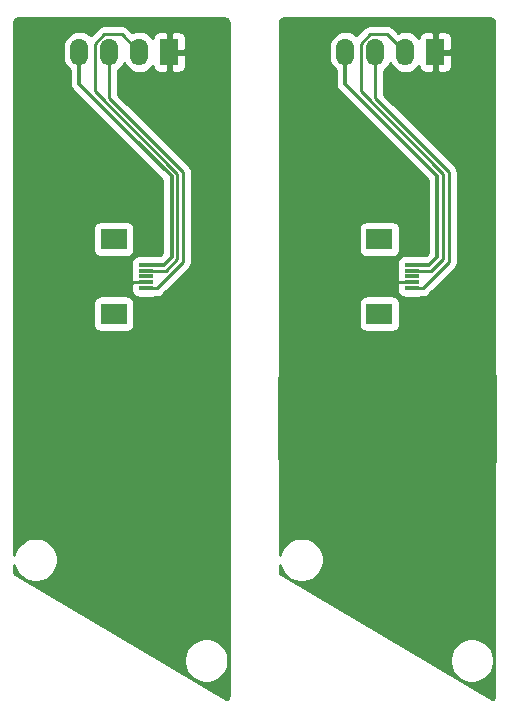
<source format=gbr>
%TF.GenerationSoftware,KiCad,Pcbnew,(5.1.10-1-10_14)*%
%TF.CreationDate,2021-07-07T23:54:26+09:00*%
%TF.ProjectId,StickPlate,53746963-6b50-46c6-9174-652e6b696361,rev?*%
%TF.SameCoordinates,Original*%
%TF.FileFunction,Copper,L2,Bot*%
%TF.FilePolarity,Positive*%
%FSLAX46Y46*%
G04 Gerber Fmt 4.6, Leading zero omitted, Abs format (unit mm)*
G04 Created by KiCad (PCBNEW (5.1.10-1-10_14)) date 2021-07-07 23:54:26*
%MOMM*%
%LPD*%
G01*
G04 APERTURE LIST*
%TA.AperFunction,SMDPad,CuDef*%
%ADD10R,1.524000X2.286000*%
%TD*%
%TA.AperFunction,SMDPad,CuDef*%
%ADD11O,1.524000X2.286000*%
%TD*%
%TA.AperFunction,SMDPad,CuDef*%
%ADD12R,1.300000X0.300000*%
%TD*%
%TA.AperFunction,SMDPad,CuDef*%
%ADD13R,2.200000X1.800000*%
%TD*%
%TA.AperFunction,Conductor*%
%ADD14C,0.250000*%
%TD*%
%TA.AperFunction,Conductor*%
%ADD15C,0.300000*%
%TD*%
%TA.AperFunction,Conductor*%
%ADD16C,0.254000*%
%TD*%
%TA.AperFunction,Conductor*%
%ADD17C,0.100000*%
%TD*%
G04 APERTURE END LIST*
D10*
%TO.P,J3,1*%
%TO.N,Net-(J3-Pad1)*%
X145310000Y-74250000D03*
D11*
%TO.P,J3,2*%
%TO.N,Net-(J3-Pad2)*%
X142770000Y-74250000D03*
%TO.P,J3,3*%
%TO.N,Net-(J3-Pad3)*%
X140230000Y-74250000D03*
%TO.P,J3,4*%
%TO.N,Net-(J3-Pad4)*%
X137690000Y-74250000D03*
%TD*%
D12*
%TO.P,J4,5*%
%TO.N,Net-(J3-Pad4)*%
X143350000Y-92250000D03*
%TO.P,J4,4*%
%TO.N,Net-(J3-Pad2)*%
X143350000Y-92750000D03*
%TO.P,J4,3*%
%TO.N,Net-(J4-Pad3)*%
X143350000Y-93250000D03*
%TO.P,J4,2*%
%TO.N,Net-(J3-Pad1)*%
X143350000Y-93750000D03*
%TO.P,J4,1*%
%TO.N,Net-(J3-Pad3)*%
X143350000Y-94250000D03*
D13*
%TO.P,J4,MP*%
%TO.N,N/C*%
X140600000Y-96400000D03*
X140600000Y-90100000D03*
%TD*%
D10*
%TO.P,J7,1*%
%TO.N,Net-(J7-Pad1)*%
X167830000Y-74250000D03*
D11*
%TO.P,J7,2*%
%TO.N,Net-(J7-Pad2)*%
X165290000Y-74250000D03*
%TO.P,J7,3*%
%TO.N,Net-(J7-Pad3)*%
X162750000Y-74250000D03*
%TO.P,J7,4*%
%TO.N,Net-(J7-Pad4)*%
X160210000Y-74250000D03*
%TD*%
D12*
%TO.P,J8,5*%
%TO.N,Net-(J7-Pad4)*%
X165850000Y-92250000D03*
%TO.P,J8,4*%
%TO.N,Net-(J7-Pad2)*%
X165850000Y-92750000D03*
%TO.P,J8,3*%
%TO.N,Net-(J8-Pad3)*%
X165850000Y-93250000D03*
%TO.P,J8,2*%
%TO.N,Net-(J7-Pad1)*%
X165850000Y-93750000D03*
%TO.P,J8,1*%
%TO.N,Net-(J7-Pad3)*%
X165850000Y-94250000D03*
D13*
%TO.P,J8,MP*%
%TO.N,N/C*%
X163100000Y-96400000D03*
X163100000Y-90100000D03*
%TD*%
D14*
%TO.N,Net-(J3-Pad1)*%
X143350000Y-93750000D02*
X136000000Y-93750000D01*
%TO.N,Net-(J3-Pad2)*%
X139811736Y-72750000D02*
X141270000Y-72750000D01*
X139000000Y-73561736D02*
X139811736Y-72750000D01*
X141270000Y-72750000D02*
X142770000Y-74250000D01*
X146000000Y-91750000D02*
X146000000Y-84578236D01*
X139000000Y-77578236D02*
X139000000Y-73561736D01*
X145000000Y-92750000D02*
X146000000Y-91750000D01*
X146000000Y-84578236D02*
X139000000Y-77578236D01*
X143350000Y-92750000D02*
X145000000Y-92750000D01*
%TO.N,Net-(J3-Pad3)*%
X144250000Y-94250000D02*
X143350000Y-94250000D01*
X146450010Y-92049990D02*
X144250000Y-94250000D01*
X146450009Y-84391835D02*
X146450010Y-92049990D01*
X140230000Y-78171826D02*
X146450009Y-84391835D01*
X140230000Y-74250000D02*
X140230000Y-78171826D01*
D15*
%TO.N,Net-(J3-Pad4)*%
X137690000Y-76940000D02*
X137690000Y-76060000D01*
X142000000Y-81250000D02*
X137690000Y-76940000D01*
X137690000Y-76060000D02*
X137690000Y-74250000D01*
X141758000Y-81008000D02*
X142000000Y-81250000D01*
X142000000Y-81250000D02*
X145500000Y-84750000D01*
D14*
X137690000Y-74250000D02*
X137750000Y-74250000D01*
D15*
X144828236Y-92250000D02*
X143350000Y-92250000D01*
X145500000Y-84750000D02*
X145500000Y-91578236D01*
X145500000Y-91578236D02*
X144828236Y-92250000D01*
D14*
%TO.N,Net-(J7-Pad1)*%
X165850000Y-93750000D02*
X158500000Y-93750000D01*
%TO.N,Net-(J7-Pad2)*%
X162311736Y-72750000D02*
X163770000Y-72750000D01*
X161500000Y-73561736D02*
X162311736Y-72750000D01*
X163770000Y-72750000D02*
X165270000Y-74250000D01*
X168500000Y-91750000D02*
X168500000Y-84578236D01*
X161500000Y-77578236D02*
X161500000Y-73561736D01*
X167500000Y-92750000D02*
X168500000Y-91750000D01*
X168500000Y-84578236D02*
X161500000Y-77578236D01*
X165850000Y-92750000D02*
X167500000Y-92750000D01*
%TO.N,Net-(J7-Pad3)*%
X166750000Y-94250000D02*
X165850000Y-94250000D01*
X168950010Y-92049990D02*
X166750000Y-94250000D01*
X168950009Y-84391835D02*
X168950010Y-92049990D01*
X162730000Y-78171826D02*
X168950009Y-84391835D01*
X162730000Y-74250000D02*
X162730000Y-78171826D01*
D15*
%TO.N,Net-(J7-Pad4)*%
X160190000Y-76940000D02*
X160190000Y-76060000D01*
X164500000Y-81250000D02*
X160190000Y-76940000D01*
X160190000Y-76060000D02*
X160190000Y-74250000D01*
X164258000Y-81008000D02*
X164500000Y-81250000D01*
X164500000Y-81250000D02*
X168000000Y-84750000D01*
D14*
X160190000Y-74250000D02*
X160250000Y-74250000D01*
D15*
X167328236Y-92250000D02*
X165850000Y-92250000D01*
X168000000Y-84750000D02*
X168000000Y-91578236D01*
X168000000Y-91578236D02*
X167328236Y-92250000D01*
%TD*%
D16*
%TO.N,Net-(J3-Pad1)*%
X144635079Y-71377320D02*
X144644242Y-71378283D01*
X144644244Y-71378283D01*
X144935596Y-71406850D01*
X144935598Y-71406850D01*
X144967581Y-71410000D01*
X149967721Y-71410000D01*
X150065424Y-71419580D01*
X150128356Y-71438580D01*
X150186405Y-71469445D01*
X150237343Y-71510989D01*
X150279248Y-71561644D01*
X150310515Y-71619471D01*
X150329956Y-71682272D01*
X150340000Y-71777835D01*
X150340001Y-101217572D01*
X150340000Y-101217582D01*
X150340000Y-101532419D01*
X150343296Y-101565884D01*
X150343296Y-101585349D01*
X150344259Y-101594514D01*
X150373000Y-101850741D01*
X150373000Y-108633573D01*
X150372680Y-108635079D01*
X150371717Y-108644244D01*
X150343150Y-108935596D01*
X150343150Y-108935608D01*
X150340001Y-108967581D01*
X150340000Y-128717721D01*
X150330420Y-128815424D01*
X150311420Y-128878357D01*
X150280554Y-128936406D01*
X150239011Y-128987343D01*
X150188356Y-129029248D01*
X150130870Y-129060331D01*
X144267042Y-125584344D01*
X146545000Y-125584344D01*
X146545000Y-125955656D01*
X146617439Y-126319834D01*
X146759534Y-126662882D01*
X146965825Y-126971618D01*
X147228382Y-127234175D01*
X147537118Y-127440466D01*
X147880166Y-127582561D01*
X148244344Y-127655000D01*
X148615656Y-127655000D01*
X148979834Y-127582561D01*
X149322882Y-127440466D01*
X149631618Y-127234175D01*
X149894175Y-126971618D01*
X150100466Y-126662882D01*
X150242561Y-126319834D01*
X150315000Y-125955656D01*
X150315000Y-125584344D01*
X150242561Y-125220166D01*
X150100466Y-124877118D01*
X149894175Y-124568382D01*
X149631618Y-124305825D01*
X149322882Y-124099534D01*
X148979834Y-123957439D01*
X148615656Y-123885000D01*
X148244344Y-123885000D01*
X147880166Y-123957439D01*
X147537118Y-124099534D01*
X147228382Y-124305825D01*
X146965825Y-124568382D01*
X146759534Y-124877118D01*
X146617439Y-125220166D01*
X146545000Y-125584344D01*
X144267042Y-125584344D01*
X132229252Y-118448529D01*
X132220096Y-118437382D01*
X132189030Y-118379446D01*
X132169810Y-118316578D01*
X132160000Y-118219999D01*
X132160000Y-117661888D01*
X132187439Y-117799834D01*
X132329534Y-118142882D01*
X132535825Y-118451618D01*
X132798382Y-118714175D01*
X133107118Y-118920466D01*
X133450166Y-119062561D01*
X133814344Y-119135000D01*
X134185656Y-119135000D01*
X134549834Y-119062561D01*
X134892882Y-118920466D01*
X135201618Y-118714175D01*
X135464175Y-118451618D01*
X135670466Y-118142882D01*
X135812561Y-117799834D01*
X135885000Y-117435656D01*
X135885000Y-117064344D01*
X135812561Y-116700166D01*
X135670466Y-116357118D01*
X135464175Y-116048382D01*
X135201618Y-115785825D01*
X134892882Y-115579534D01*
X134549834Y-115437439D01*
X134185656Y-115365000D01*
X133814344Y-115365000D01*
X133450166Y-115437439D01*
X133107118Y-115579534D01*
X132798382Y-115785825D01*
X132535825Y-116048382D01*
X132329534Y-116357118D01*
X132187439Y-116700166D01*
X132160000Y-116838112D01*
X132160000Y-108967581D01*
X132156704Y-108934116D01*
X132156704Y-108914651D01*
X132155741Y-108905486D01*
X132127000Y-108649258D01*
X132127000Y-101866426D01*
X132127320Y-101864921D01*
X132128283Y-101855756D01*
X132156850Y-101564404D01*
X132156850Y-101564402D01*
X132160000Y-101532419D01*
X132160000Y-95500000D01*
X138861928Y-95500000D01*
X138861928Y-97300000D01*
X138874188Y-97424482D01*
X138910498Y-97544180D01*
X138969463Y-97654494D01*
X139048815Y-97751185D01*
X139145506Y-97830537D01*
X139255820Y-97889502D01*
X139375518Y-97925812D01*
X139500000Y-97938072D01*
X141700000Y-97938072D01*
X141824482Y-97925812D01*
X141944180Y-97889502D01*
X142054494Y-97830537D01*
X142151185Y-97751185D01*
X142230537Y-97654494D01*
X142289502Y-97544180D01*
X142325812Y-97424482D01*
X142338072Y-97300000D01*
X142338072Y-95500000D01*
X142325812Y-95375518D01*
X142289502Y-95255820D01*
X142230537Y-95145506D01*
X142151185Y-95048815D01*
X142054494Y-94969463D01*
X141944180Y-94910498D01*
X141824482Y-94874188D01*
X141700000Y-94861928D01*
X139500000Y-94861928D01*
X139375518Y-94874188D01*
X139255820Y-94910498D01*
X139145506Y-94969463D01*
X139048815Y-95048815D01*
X138969463Y-95145506D01*
X138910498Y-95255820D01*
X138874188Y-95375518D01*
X138861928Y-95500000D01*
X132160000Y-95500000D01*
X132160000Y-89200000D01*
X138861928Y-89200000D01*
X138861928Y-91000000D01*
X138874188Y-91124482D01*
X138910498Y-91244180D01*
X138969463Y-91354494D01*
X139048815Y-91451185D01*
X139145506Y-91530537D01*
X139255820Y-91589502D01*
X139375518Y-91625812D01*
X139500000Y-91638072D01*
X141700000Y-91638072D01*
X141824482Y-91625812D01*
X141944180Y-91589502D01*
X142054494Y-91530537D01*
X142151185Y-91451185D01*
X142230537Y-91354494D01*
X142289502Y-91244180D01*
X142325812Y-91124482D01*
X142338072Y-91000000D01*
X142338072Y-89200000D01*
X142325812Y-89075518D01*
X142289502Y-88955820D01*
X142230537Y-88845506D01*
X142151185Y-88748815D01*
X142054494Y-88669463D01*
X141944180Y-88610498D01*
X141824482Y-88574188D01*
X141700000Y-88561928D01*
X139500000Y-88561928D01*
X139375518Y-88574188D01*
X139255820Y-88610498D01*
X139145506Y-88669463D01*
X139048815Y-88748815D01*
X138969463Y-88845506D01*
X138910498Y-88955820D01*
X138874188Y-89075518D01*
X138861928Y-89200000D01*
X132160000Y-89200000D01*
X132160000Y-73800375D01*
X136293000Y-73800375D01*
X136293000Y-74699624D01*
X136313214Y-74904859D01*
X136393096Y-75168194D01*
X136522817Y-75410886D01*
X136697392Y-75623607D01*
X136905000Y-75793987D01*
X136905000Y-76901447D01*
X136901203Y-76940000D01*
X136905000Y-76978553D01*
X136905000Y-76978560D01*
X136916359Y-77093886D01*
X136961246Y-77241859D01*
X137034138Y-77378232D01*
X137132236Y-77497764D01*
X137162190Y-77522347D01*
X141472187Y-81832345D01*
X144715000Y-85075158D01*
X144715001Y-91253078D01*
X144503079Y-91465000D01*
X144031192Y-91465000D01*
X144000000Y-91461928D01*
X142700000Y-91461928D01*
X142575518Y-91474188D01*
X142455820Y-91510498D01*
X142345506Y-91569463D01*
X142248815Y-91648815D01*
X142169463Y-91745506D01*
X142110498Y-91855820D01*
X142074188Y-91975518D01*
X142061928Y-92100000D01*
X142061928Y-92400000D01*
X142071777Y-92500000D01*
X142061928Y-92600000D01*
X142061928Y-92900000D01*
X142071777Y-93000000D01*
X142061928Y-93100000D01*
X142061928Y-93400000D01*
X142072118Y-93503465D01*
X142065000Y-93568250D01*
X142097247Y-93600497D01*
X142110498Y-93644180D01*
X142167061Y-93750000D01*
X142110498Y-93855820D01*
X142097247Y-93899503D01*
X142065000Y-93931750D01*
X142072118Y-93996535D01*
X142061928Y-94100000D01*
X142061928Y-94400000D01*
X142074188Y-94524482D01*
X142110498Y-94644180D01*
X142169463Y-94754494D01*
X142248815Y-94851185D01*
X142345506Y-94930537D01*
X142455820Y-94989502D01*
X142575518Y-95025812D01*
X142700000Y-95038072D01*
X144000000Y-95038072D01*
X144124482Y-95025812D01*
X144176607Y-95010000D01*
X144212678Y-95010000D01*
X144250000Y-95013676D01*
X144287322Y-95010000D01*
X144287333Y-95010000D01*
X144398986Y-94999003D01*
X144542247Y-94955546D01*
X144674276Y-94884974D01*
X144790001Y-94790001D01*
X144813804Y-94760997D01*
X146961018Y-92613784D01*
X146990011Y-92589990D01*
X147013805Y-92560997D01*
X147013809Y-92560993D01*
X147084984Y-92474267D01*
X147155556Y-92342237D01*
X147186872Y-92238998D01*
X147199013Y-92198975D01*
X147210010Y-92087322D01*
X147210010Y-92087313D01*
X147213686Y-92049990D01*
X147210010Y-92012667D01*
X147210008Y-84429167D01*
X147213685Y-84391834D01*
X147199011Y-84242848D01*
X147155555Y-84099588D01*
X147084983Y-83967558D01*
X147013808Y-83880832D01*
X147013803Y-83880827D01*
X146990009Y-83851834D01*
X146961016Y-83828040D01*
X140990000Y-77857025D01*
X140990000Y-75808812D01*
X141009886Y-75798183D01*
X141222607Y-75623608D01*
X141397183Y-75410887D01*
X141500000Y-75218529D01*
X141602817Y-75410886D01*
X141777392Y-75623607D01*
X141990113Y-75798183D01*
X142232805Y-75927904D01*
X142496140Y-76007786D01*
X142770000Y-76034759D01*
X143043859Y-76007786D01*
X143307194Y-75927904D01*
X143549886Y-75798183D01*
X143762607Y-75623608D01*
X143914421Y-75438622D01*
X143922188Y-75517482D01*
X143958498Y-75637180D01*
X144017463Y-75747494D01*
X144096815Y-75844185D01*
X144193506Y-75923537D01*
X144303820Y-75982502D01*
X144423518Y-76018812D01*
X144548000Y-76031072D01*
X145024250Y-76028000D01*
X145183000Y-75869250D01*
X145183000Y-74377000D01*
X145437000Y-74377000D01*
X145437000Y-75869250D01*
X145595750Y-76028000D01*
X146072000Y-76031072D01*
X146196482Y-76018812D01*
X146316180Y-75982502D01*
X146426494Y-75923537D01*
X146523185Y-75844185D01*
X146602537Y-75747494D01*
X146661502Y-75637180D01*
X146697812Y-75517482D01*
X146710072Y-75393000D01*
X146707000Y-74535750D01*
X146548250Y-74377000D01*
X145437000Y-74377000D01*
X145183000Y-74377000D01*
X145163000Y-74377000D01*
X145163000Y-74123000D01*
X145183000Y-74123000D01*
X145183000Y-72630750D01*
X145437000Y-72630750D01*
X145437000Y-74123000D01*
X146548250Y-74123000D01*
X146707000Y-73964250D01*
X146710072Y-73107000D01*
X146697812Y-72982518D01*
X146661502Y-72862820D01*
X146602537Y-72752506D01*
X146523185Y-72655815D01*
X146426494Y-72576463D01*
X146316180Y-72517498D01*
X146196482Y-72481188D01*
X146072000Y-72468928D01*
X145595750Y-72472000D01*
X145437000Y-72630750D01*
X145183000Y-72630750D01*
X145024250Y-72472000D01*
X144548000Y-72468928D01*
X144423518Y-72481188D01*
X144303820Y-72517498D01*
X144193506Y-72576463D01*
X144096815Y-72655815D01*
X144017463Y-72752506D01*
X143958498Y-72862820D01*
X143922188Y-72982518D01*
X143914421Y-73061378D01*
X143762608Y-72876392D01*
X143549887Y-72701817D01*
X143307195Y-72572096D01*
X143043860Y-72492214D01*
X142770000Y-72465241D01*
X142496141Y-72492214D01*
X142232806Y-72572096D01*
X142189855Y-72595054D01*
X141833804Y-72239003D01*
X141810001Y-72209999D01*
X141694276Y-72115026D01*
X141562247Y-72044454D01*
X141418986Y-72000997D01*
X141307333Y-71990000D01*
X141307322Y-71990000D01*
X141270000Y-71986324D01*
X141232678Y-71990000D01*
X139849058Y-71990000D01*
X139811735Y-71986324D01*
X139774412Y-71990000D01*
X139774403Y-71990000D01*
X139662750Y-72000997D01*
X139519489Y-72044454D01*
X139387459Y-72115026D01*
X139328130Y-72163717D01*
X139271735Y-72209999D01*
X139247937Y-72238998D01*
X138643026Y-72843908D01*
X138469887Y-72701817D01*
X138227195Y-72572096D01*
X137963860Y-72492214D01*
X137690000Y-72465241D01*
X137416141Y-72492214D01*
X137152806Y-72572096D01*
X136910114Y-72701817D01*
X136697393Y-72876392D01*
X136522817Y-73089113D01*
X136393096Y-73331805D01*
X136313214Y-73595140D01*
X136293000Y-73800375D01*
X132160000Y-73800375D01*
X132160000Y-71782279D01*
X132169580Y-71684576D01*
X132188580Y-71621644D01*
X132219445Y-71563595D01*
X132260989Y-71512657D01*
X132311644Y-71470752D01*
X132369471Y-71439485D01*
X132432272Y-71420044D01*
X132527835Y-71410000D01*
X137532419Y-71410000D01*
X137565884Y-71406704D01*
X137585349Y-71406704D01*
X137594514Y-71405741D01*
X137850741Y-71377000D01*
X144633574Y-71377000D01*
X144635079Y-71377320D01*
%TA.AperFunction,Conductor*%
D17*
G36*
X144635079Y-71377320D02*
G01*
X144644242Y-71378283D01*
X144644244Y-71378283D01*
X144935596Y-71406850D01*
X144935598Y-71406850D01*
X144967581Y-71410000D01*
X149967721Y-71410000D01*
X150065424Y-71419580D01*
X150128356Y-71438580D01*
X150186405Y-71469445D01*
X150237343Y-71510989D01*
X150279248Y-71561644D01*
X150310515Y-71619471D01*
X150329956Y-71682272D01*
X150340000Y-71777835D01*
X150340001Y-101217572D01*
X150340000Y-101217582D01*
X150340000Y-101532419D01*
X150343296Y-101565884D01*
X150343296Y-101585349D01*
X150344259Y-101594514D01*
X150373000Y-101850741D01*
X150373000Y-108633573D01*
X150372680Y-108635079D01*
X150371717Y-108644244D01*
X150343150Y-108935596D01*
X150343150Y-108935608D01*
X150340001Y-108967581D01*
X150340000Y-128717721D01*
X150330420Y-128815424D01*
X150311420Y-128878357D01*
X150280554Y-128936406D01*
X150239011Y-128987343D01*
X150188356Y-129029248D01*
X150130870Y-129060331D01*
X144267042Y-125584344D01*
X146545000Y-125584344D01*
X146545000Y-125955656D01*
X146617439Y-126319834D01*
X146759534Y-126662882D01*
X146965825Y-126971618D01*
X147228382Y-127234175D01*
X147537118Y-127440466D01*
X147880166Y-127582561D01*
X148244344Y-127655000D01*
X148615656Y-127655000D01*
X148979834Y-127582561D01*
X149322882Y-127440466D01*
X149631618Y-127234175D01*
X149894175Y-126971618D01*
X150100466Y-126662882D01*
X150242561Y-126319834D01*
X150315000Y-125955656D01*
X150315000Y-125584344D01*
X150242561Y-125220166D01*
X150100466Y-124877118D01*
X149894175Y-124568382D01*
X149631618Y-124305825D01*
X149322882Y-124099534D01*
X148979834Y-123957439D01*
X148615656Y-123885000D01*
X148244344Y-123885000D01*
X147880166Y-123957439D01*
X147537118Y-124099534D01*
X147228382Y-124305825D01*
X146965825Y-124568382D01*
X146759534Y-124877118D01*
X146617439Y-125220166D01*
X146545000Y-125584344D01*
X144267042Y-125584344D01*
X132229252Y-118448529D01*
X132220096Y-118437382D01*
X132189030Y-118379446D01*
X132169810Y-118316578D01*
X132160000Y-118219999D01*
X132160000Y-117661888D01*
X132187439Y-117799834D01*
X132329534Y-118142882D01*
X132535825Y-118451618D01*
X132798382Y-118714175D01*
X133107118Y-118920466D01*
X133450166Y-119062561D01*
X133814344Y-119135000D01*
X134185656Y-119135000D01*
X134549834Y-119062561D01*
X134892882Y-118920466D01*
X135201618Y-118714175D01*
X135464175Y-118451618D01*
X135670466Y-118142882D01*
X135812561Y-117799834D01*
X135885000Y-117435656D01*
X135885000Y-117064344D01*
X135812561Y-116700166D01*
X135670466Y-116357118D01*
X135464175Y-116048382D01*
X135201618Y-115785825D01*
X134892882Y-115579534D01*
X134549834Y-115437439D01*
X134185656Y-115365000D01*
X133814344Y-115365000D01*
X133450166Y-115437439D01*
X133107118Y-115579534D01*
X132798382Y-115785825D01*
X132535825Y-116048382D01*
X132329534Y-116357118D01*
X132187439Y-116700166D01*
X132160000Y-116838112D01*
X132160000Y-108967581D01*
X132156704Y-108934116D01*
X132156704Y-108914651D01*
X132155741Y-108905486D01*
X132127000Y-108649258D01*
X132127000Y-101866426D01*
X132127320Y-101864921D01*
X132128283Y-101855756D01*
X132156850Y-101564404D01*
X132156850Y-101564402D01*
X132160000Y-101532419D01*
X132160000Y-95500000D01*
X138861928Y-95500000D01*
X138861928Y-97300000D01*
X138874188Y-97424482D01*
X138910498Y-97544180D01*
X138969463Y-97654494D01*
X139048815Y-97751185D01*
X139145506Y-97830537D01*
X139255820Y-97889502D01*
X139375518Y-97925812D01*
X139500000Y-97938072D01*
X141700000Y-97938072D01*
X141824482Y-97925812D01*
X141944180Y-97889502D01*
X142054494Y-97830537D01*
X142151185Y-97751185D01*
X142230537Y-97654494D01*
X142289502Y-97544180D01*
X142325812Y-97424482D01*
X142338072Y-97300000D01*
X142338072Y-95500000D01*
X142325812Y-95375518D01*
X142289502Y-95255820D01*
X142230537Y-95145506D01*
X142151185Y-95048815D01*
X142054494Y-94969463D01*
X141944180Y-94910498D01*
X141824482Y-94874188D01*
X141700000Y-94861928D01*
X139500000Y-94861928D01*
X139375518Y-94874188D01*
X139255820Y-94910498D01*
X139145506Y-94969463D01*
X139048815Y-95048815D01*
X138969463Y-95145506D01*
X138910498Y-95255820D01*
X138874188Y-95375518D01*
X138861928Y-95500000D01*
X132160000Y-95500000D01*
X132160000Y-89200000D01*
X138861928Y-89200000D01*
X138861928Y-91000000D01*
X138874188Y-91124482D01*
X138910498Y-91244180D01*
X138969463Y-91354494D01*
X139048815Y-91451185D01*
X139145506Y-91530537D01*
X139255820Y-91589502D01*
X139375518Y-91625812D01*
X139500000Y-91638072D01*
X141700000Y-91638072D01*
X141824482Y-91625812D01*
X141944180Y-91589502D01*
X142054494Y-91530537D01*
X142151185Y-91451185D01*
X142230537Y-91354494D01*
X142289502Y-91244180D01*
X142325812Y-91124482D01*
X142338072Y-91000000D01*
X142338072Y-89200000D01*
X142325812Y-89075518D01*
X142289502Y-88955820D01*
X142230537Y-88845506D01*
X142151185Y-88748815D01*
X142054494Y-88669463D01*
X141944180Y-88610498D01*
X141824482Y-88574188D01*
X141700000Y-88561928D01*
X139500000Y-88561928D01*
X139375518Y-88574188D01*
X139255820Y-88610498D01*
X139145506Y-88669463D01*
X139048815Y-88748815D01*
X138969463Y-88845506D01*
X138910498Y-88955820D01*
X138874188Y-89075518D01*
X138861928Y-89200000D01*
X132160000Y-89200000D01*
X132160000Y-73800375D01*
X136293000Y-73800375D01*
X136293000Y-74699624D01*
X136313214Y-74904859D01*
X136393096Y-75168194D01*
X136522817Y-75410886D01*
X136697392Y-75623607D01*
X136905000Y-75793987D01*
X136905000Y-76901447D01*
X136901203Y-76940000D01*
X136905000Y-76978553D01*
X136905000Y-76978560D01*
X136916359Y-77093886D01*
X136961246Y-77241859D01*
X137034138Y-77378232D01*
X137132236Y-77497764D01*
X137162190Y-77522347D01*
X141472187Y-81832345D01*
X144715000Y-85075158D01*
X144715001Y-91253078D01*
X144503079Y-91465000D01*
X144031192Y-91465000D01*
X144000000Y-91461928D01*
X142700000Y-91461928D01*
X142575518Y-91474188D01*
X142455820Y-91510498D01*
X142345506Y-91569463D01*
X142248815Y-91648815D01*
X142169463Y-91745506D01*
X142110498Y-91855820D01*
X142074188Y-91975518D01*
X142061928Y-92100000D01*
X142061928Y-92400000D01*
X142071777Y-92500000D01*
X142061928Y-92600000D01*
X142061928Y-92900000D01*
X142071777Y-93000000D01*
X142061928Y-93100000D01*
X142061928Y-93400000D01*
X142072118Y-93503465D01*
X142065000Y-93568250D01*
X142097247Y-93600497D01*
X142110498Y-93644180D01*
X142167061Y-93750000D01*
X142110498Y-93855820D01*
X142097247Y-93899503D01*
X142065000Y-93931750D01*
X142072118Y-93996535D01*
X142061928Y-94100000D01*
X142061928Y-94400000D01*
X142074188Y-94524482D01*
X142110498Y-94644180D01*
X142169463Y-94754494D01*
X142248815Y-94851185D01*
X142345506Y-94930537D01*
X142455820Y-94989502D01*
X142575518Y-95025812D01*
X142700000Y-95038072D01*
X144000000Y-95038072D01*
X144124482Y-95025812D01*
X144176607Y-95010000D01*
X144212678Y-95010000D01*
X144250000Y-95013676D01*
X144287322Y-95010000D01*
X144287333Y-95010000D01*
X144398986Y-94999003D01*
X144542247Y-94955546D01*
X144674276Y-94884974D01*
X144790001Y-94790001D01*
X144813804Y-94760997D01*
X146961018Y-92613784D01*
X146990011Y-92589990D01*
X147013805Y-92560997D01*
X147013809Y-92560993D01*
X147084984Y-92474267D01*
X147155556Y-92342237D01*
X147186872Y-92238998D01*
X147199013Y-92198975D01*
X147210010Y-92087322D01*
X147210010Y-92087313D01*
X147213686Y-92049990D01*
X147210010Y-92012667D01*
X147210008Y-84429167D01*
X147213685Y-84391834D01*
X147199011Y-84242848D01*
X147155555Y-84099588D01*
X147084983Y-83967558D01*
X147013808Y-83880832D01*
X147013803Y-83880827D01*
X146990009Y-83851834D01*
X146961016Y-83828040D01*
X140990000Y-77857025D01*
X140990000Y-75808812D01*
X141009886Y-75798183D01*
X141222607Y-75623608D01*
X141397183Y-75410887D01*
X141500000Y-75218529D01*
X141602817Y-75410886D01*
X141777392Y-75623607D01*
X141990113Y-75798183D01*
X142232805Y-75927904D01*
X142496140Y-76007786D01*
X142770000Y-76034759D01*
X143043859Y-76007786D01*
X143307194Y-75927904D01*
X143549886Y-75798183D01*
X143762607Y-75623608D01*
X143914421Y-75438622D01*
X143922188Y-75517482D01*
X143958498Y-75637180D01*
X144017463Y-75747494D01*
X144096815Y-75844185D01*
X144193506Y-75923537D01*
X144303820Y-75982502D01*
X144423518Y-76018812D01*
X144548000Y-76031072D01*
X145024250Y-76028000D01*
X145183000Y-75869250D01*
X145183000Y-74377000D01*
X145437000Y-74377000D01*
X145437000Y-75869250D01*
X145595750Y-76028000D01*
X146072000Y-76031072D01*
X146196482Y-76018812D01*
X146316180Y-75982502D01*
X146426494Y-75923537D01*
X146523185Y-75844185D01*
X146602537Y-75747494D01*
X146661502Y-75637180D01*
X146697812Y-75517482D01*
X146710072Y-75393000D01*
X146707000Y-74535750D01*
X146548250Y-74377000D01*
X145437000Y-74377000D01*
X145183000Y-74377000D01*
X145163000Y-74377000D01*
X145163000Y-74123000D01*
X145183000Y-74123000D01*
X145183000Y-72630750D01*
X145437000Y-72630750D01*
X145437000Y-74123000D01*
X146548250Y-74123000D01*
X146707000Y-73964250D01*
X146710072Y-73107000D01*
X146697812Y-72982518D01*
X146661502Y-72862820D01*
X146602537Y-72752506D01*
X146523185Y-72655815D01*
X146426494Y-72576463D01*
X146316180Y-72517498D01*
X146196482Y-72481188D01*
X146072000Y-72468928D01*
X145595750Y-72472000D01*
X145437000Y-72630750D01*
X145183000Y-72630750D01*
X145024250Y-72472000D01*
X144548000Y-72468928D01*
X144423518Y-72481188D01*
X144303820Y-72517498D01*
X144193506Y-72576463D01*
X144096815Y-72655815D01*
X144017463Y-72752506D01*
X143958498Y-72862820D01*
X143922188Y-72982518D01*
X143914421Y-73061378D01*
X143762608Y-72876392D01*
X143549887Y-72701817D01*
X143307195Y-72572096D01*
X143043860Y-72492214D01*
X142770000Y-72465241D01*
X142496141Y-72492214D01*
X142232806Y-72572096D01*
X142189855Y-72595054D01*
X141833804Y-72239003D01*
X141810001Y-72209999D01*
X141694276Y-72115026D01*
X141562247Y-72044454D01*
X141418986Y-72000997D01*
X141307333Y-71990000D01*
X141307322Y-71990000D01*
X141270000Y-71986324D01*
X141232678Y-71990000D01*
X139849058Y-71990000D01*
X139811735Y-71986324D01*
X139774412Y-71990000D01*
X139774403Y-71990000D01*
X139662750Y-72000997D01*
X139519489Y-72044454D01*
X139387459Y-72115026D01*
X139328130Y-72163717D01*
X139271735Y-72209999D01*
X139247937Y-72238998D01*
X138643026Y-72843908D01*
X138469887Y-72701817D01*
X138227195Y-72572096D01*
X137963860Y-72492214D01*
X137690000Y-72465241D01*
X137416141Y-72492214D01*
X137152806Y-72572096D01*
X136910114Y-72701817D01*
X136697393Y-72876392D01*
X136522817Y-73089113D01*
X136393096Y-73331805D01*
X136313214Y-73595140D01*
X136293000Y-73800375D01*
X132160000Y-73800375D01*
X132160000Y-71782279D01*
X132169580Y-71684576D01*
X132188580Y-71621644D01*
X132219445Y-71563595D01*
X132260989Y-71512657D01*
X132311644Y-71470752D01*
X132369471Y-71439485D01*
X132432272Y-71420044D01*
X132527835Y-71410000D01*
X137532419Y-71410000D01*
X137565884Y-71406704D01*
X137585349Y-71406704D01*
X137594514Y-71405741D01*
X137850741Y-71377000D01*
X144633574Y-71377000D01*
X144635079Y-71377320D01*
G37*
%TD.AperFunction*%
%TD*%
D16*
%TO.N,Net-(J7-Pad1)*%
X167135079Y-71377320D02*
X167144242Y-71378283D01*
X167144244Y-71378283D01*
X167435596Y-71406850D01*
X167435598Y-71406850D01*
X167467581Y-71410000D01*
X172467721Y-71410000D01*
X172565424Y-71419580D01*
X172628356Y-71438580D01*
X172686405Y-71469445D01*
X172737343Y-71510989D01*
X172779248Y-71561644D01*
X172810515Y-71619471D01*
X172829956Y-71682272D01*
X172840000Y-71777835D01*
X172840001Y-101532419D01*
X172843296Y-101565874D01*
X172843296Y-101585349D01*
X172844259Y-101594514D01*
X172873000Y-101850741D01*
X172873000Y-108633573D01*
X172872680Y-108635079D01*
X172871717Y-108644244D01*
X172843150Y-108935596D01*
X172843150Y-108935608D01*
X172840001Y-108967581D01*
X172840000Y-128717721D01*
X172830420Y-128815424D01*
X172811420Y-128878357D01*
X172780554Y-128936406D01*
X172739011Y-128987343D01*
X172688356Y-129029248D01*
X172630870Y-129060331D01*
X166767042Y-125584344D01*
X169045000Y-125584344D01*
X169045000Y-125955656D01*
X169117439Y-126319834D01*
X169259534Y-126662882D01*
X169465825Y-126971618D01*
X169728382Y-127234175D01*
X170037118Y-127440466D01*
X170380166Y-127582561D01*
X170744344Y-127655000D01*
X171115656Y-127655000D01*
X171479834Y-127582561D01*
X171822882Y-127440466D01*
X172131618Y-127234175D01*
X172394175Y-126971618D01*
X172600466Y-126662882D01*
X172742561Y-126319834D01*
X172815000Y-125955656D01*
X172815000Y-125584344D01*
X172742561Y-125220166D01*
X172600466Y-124877118D01*
X172394175Y-124568382D01*
X172131618Y-124305825D01*
X171822882Y-124099534D01*
X171479834Y-123957439D01*
X171115656Y-123885000D01*
X170744344Y-123885000D01*
X170380166Y-123957439D01*
X170037118Y-124099534D01*
X169728382Y-124305825D01*
X169465825Y-124568382D01*
X169259534Y-124877118D01*
X169117439Y-125220166D01*
X169045000Y-125584344D01*
X166767042Y-125584344D01*
X154729252Y-118448529D01*
X154720096Y-118437382D01*
X154689030Y-118379446D01*
X154669810Y-118316578D01*
X154660000Y-118219999D01*
X154660000Y-117661888D01*
X154687439Y-117799834D01*
X154829534Y-118142882D01*
X155035825Y-118451618D01*
X155298382Y-118714175D01*
X155607118Y-118920466D01*
X155950166Y-119062561D01*
X156314344Y-119135000D01*
X156685656Y-119135000D01*
X157049834Y-119062561D01*
X157392882Y-118920466D01*
X157701618Y-118714175D01*
X157964175Y-118451618D01*
X158170466Y-118142882D01*
X158312561Y-117799834D01*
X158385000Y-117435656D01*
X158385000Y-117064344D01*
X158312561Y-116700166D01*
X158170466Y-116357118D01*
X157964175Y-116048382D01*
X157701618Y-115785825D01*
X157392882Y-115579534D01*
X157049834Y-115437439D01*
X156685656Y-115365000D01*
X156314344Y-115365000D01*
X155950166Y-115437439D01*
X155607118Y-115579534D01*
X155298382Y-115785825D01*
X155035825Y-116048382D01*
X154829534Y-116357118D01*
X154687439Y-116700166D01*
X154660000Y-116838112D01*
X154660000Y-108967581D01*
X154656704Y-108934116D01*
X154656704Y-108914651D01*
X154655741Y-108905486D01*
X154627000Y-108649258D01*
X154627000Y-101866426D01*
X154627320Y-101864921D01*
X154628283Y-101855756D01*
X154656850Y-101564404D01*
X154656850Y-101564402D01*
X154660000Y-101532419D01*
X154660000Y-95500000D01*
X161361928Y-95500000D01*
X161361928Y-97300000D01*
X161374188Y-97424482D01*
X161410498Y-97544180D01*
X161469463Y-97654494D01*
X161548815Y-97751185D01*
X161645506Y-97830537D01*
X161755820Y-97889502D01*
X161875518Y-97925812D01*
X162000000Y-97938072D01*
X164200000Y-97938072D01*
X164324482Y-97925812D01*
X164444180Y-97889502D01*
X164554494Y-97830537D01*
X164651185Y-97751185D01*
X164730537Y-97654494D01*
X164789502Y-97544180D01*
X164825812Y-97424482D01*
X164838072Y-97300000D01*
X164838072Y-95500000D01*
X164825812Y-95375518D01*
X164789502Y-95255820D01*
X164730537Y-95145506D01*
X164651185Y-95048815D01*
X164554494Y-94969463D01*
X164444180Y-94910498D01*
X164324482Y-94874188D01*
X164200000Y-94861928D01*
X162000000Y-94861928D01*
X161875518Y-94874188D01*
X161755820Y-94910498D01*
X161645506Y-94969463D01*
X161548815Y-95048815D01*
X161469463Y-95145506D01*
X161410498Y-95255820D01*
X161374188Y-95375518D01*
X161361928Y-95500000D01*
X154660000Y-95500000D01*
X154660000Y-89200000D01*
X161361928Y-89200000D01*
X161361928Y-91000000D01*
X161374188Y-91124482D01*
X161410498Y-91244180D01*
X161469463Y-91354494D01*
X161548815Y-91451185D01*
X161645506Y-91530537D01*
X161755820Y-91589502D01*
X161875518Y-91625812D01*
X162000000Y-91638072D01*
X164200000Y-91638072D01*
X164324482Y-91625812D01*
X164444180Y-91589502D01*
X164554494Y-91530537D01*
X164651185Y-91451185D01*
X164730537Y-91354494D01*
X164789502Y-91244180D01*
X164825812Y-91124482D01*
X164838072Y-91000000D01*
X164838072Y-89200000D01*
X164825812Y-89075518D01*
X164789502Y-88955820D01*
X164730537Y-88845506D01*
X164651185Y-88748815D01*
X164554494Y-88669463D01*
X164444180Y-88610498D01*
X164324482Y-88574188D01*
X164200000Y-88561928D01*
X162000000Y-88561928D01*
X161875518Y-88574188D01*
X161755820Y-88610498D01*
X161645506Y-88669463D01*
X161548815Y-88748815D01*
X161469463Y-88845506D01*
X161410498Y-88955820D01*
X161374188Y-89075518D01*
X161361928Y-89200000D01*
X154660000Y-89200000D01*
X154660000Y-73800375D01*
X158813000Y-73800375D01*
X158813000Y-74699624D01*
X158833214Y-74904859D01*
X158913096Y-75168194D01*
X159042817Y-75410886D01*
X159217392Y-75623607D01*
X159405000Y-75777573D01*
X159405000Y-76901447D01*
X159401203Y-76940000D01*
X159405000Y-76978553D01*
X159405000Y-76978560D01*
X159416359Y-77093886D01*
X159461246Y-77241859D01*
X159534138Y-77378232D01*
X159632236Y-77497764D01*
X159662190Y-77522347D01*
X163972187Y-81832345D01*
X167215000Y-85075158D01*
X167215001Y-91253078D01*
X167003079Y-91465000D01*
X166531192Y-91465000D01*
X166500000Y-91461928D01*
X165200000Y-91461928D01*
X165075518Y-91474188D01*
X164955820Y-91510498D01*
X164845506Y-91569463D01*
X164748815Y-91648815D01*
X164669463Y-91745506D01*
X164610498Y-91855820D01*
X164574188Y-91975518D01*
X164561928Y-92100000D01*
X164561928Y-92400000D01*
X164571777Y-92500000D01*
X164561928Y-92600000D01*
X164561928Y-92900000D01*
X164571777Y-93000000D01*
X164561928Y-93100000D01*
X164561928Y-93400000D01*
X164572118Y-93503465D01*
X164565000Y-93568250D01*
X164597247Y-93600497D01*
X164610498Y-93644180D01*
X164667061Y-93750000D01*
X164610498Y-93855820D01*
X164597247Y-93899503D01*
X164565000Y-93931750D01*
X164572118Y-93996535D01*
X164561928Y-94100000D01*
X164561928Y-94400000D01*
X164574188Y-94524482D01*
X164610498Y-94644180D01*
X164669463Y-94754494D01*
X164748815Y-94851185D01*
X164845506Y-94930537D01*
X164955820Y-94989502D01*
X165075518Y-95025812D01*
X165200000Y-95038072D01*
X166500000Y-95038072D01*
X166624482Y-95025812D01*
X166676607Y-95010000D01*
X166712678Y-95010000D01*
X166750000Y-95013676D01*
X166787322Y-95010000D01*
X166787333Y-95010000D01*
X166898986Y-94999003D01*
X167042247Y-94955546D01*
X167174276Y-94884974D01*
X167290001Y-94790001D01*
X167313804Y-94760997D01*
X169461018Y-92613784D01*
X169490011Y-92589990D01*
X169513805Y-92560997D01*
X169513809Y-92560993D01*
X169584984Y-92474267D01*
X169655556Y-92342237D01*
X169686872Y-92238998D01*
X169699013Y-92198975D01*
X169710010Y-92087322D01*
X169710010Y-92087313D01*
X169713686Y-92049990D01*
X169710010Y-92012667D01*
X169710008Y-84429167D01*
X169713685Y-84391834D01*
X169699011Y-84242848D01*
X169655555Y-84099588D01*
X169584983Y-83967558D01*
X169513808Y-83880832D01*
X169513803Y-83880827D01*
X169490009Y-83851834D01*
X169461016Y-83828040D01*
X163490000Y-77857025D01*
X163490000Y-75819502D01*
X163529886Y-75798183D01*
X163742607Y-75623608D01*
X163917183Y-75410887D01*
X164020000Y-75218529D01*
X164122817Y-75410886D01*
X164297392Y-75623607D01*
X164510113Y-75798183D01*
X164752805Y-75927904D01*
X165016140Y-76007786D01*
X165290000Y-76034759D01*
X165563859Y-76007786D01*
X165827194Y-75927904D01*
X166069886Y-75798183D01*
X166282607Y-75623608D01*
X166434421Y-75438622D01*
X166442188Y-75517482D01*
X166478498Y-75637180D01*
X166537463Y-75747494D01*
X166616815Y-75844185D01*
X166713506Y-75923537D01*
X166823820Y-75982502D01*
X166943518Y-76018812D01*
X167068000Y-76031072D01*
X167544250Y-76028000D01*
X167703000Y-75869250D01*
X167703000Y-74377000D01*
X167957000Y-74377000D01*
X167957000Y-75869250D01*
X168115750Y-76028000D01*
X168592000Y-76031072D01*
X168716482Y-76018812D01*
X168836180Y-75982502D01*
X168946494Y-75923537D01*
X169043185Y-75844185D01*
X169122537Y-75747494D01*
X169181502Y-75637180D01*
X169217812Y-75517482D01*
X169230072Y-75393000D01*
X169227000Y-74535750D01*
X169068250Y-74377000D01*
X167957000Y-74377000D01*
X167703000Y-74377000D01*
X167683000Y-74377000D01*
X167683000Y-74123000D01*
X167703000Y-74123000D01*
X167703000Y-72630750D01*
X167957000Y-72630750D01*
X167957000Y-74123000D01*
X169068250Y-74123000D01*
X169227000Y-73964250D01*
X169230072Y-73107000D01*
X169217812Y-72982518D01*
X169181502Y-72862820D01*
X169122537Y-72752506D01*
X169043185Y-72655815D01*
X168946494Y-72576463D01*
X168836180Y-72517498D01*
X168716482Y-72481188D01*
X168592000Y-72468928D01*
X168115750Y-72472000D01*
X167957000Y-72630750D01*
X167703000Y-72630750D01*
X167544250Y-72472000D01*
X167068000Y-72468928D01*
X166943518Y-72481188D01*
X166823820Y-72517498D01*
X166713506Y-72576463D01*
X166616815Y-72655815D01*
X166537463Y-72752506D01*
X166478498Y-72862820D01*
X166442188Y-72982518D01*
X166434421Y-73061378D01*
X166282608Y-72876392D01*
X166069887Y-72701817D01*
X165827195Y-72572096D01*
X165563860Y-72492214D01*
X165290000Y-72465241D01*
X165016141Y-72492214D01*
X164752806Y-72572096D01*
X164696821Y-72602020D01*
X164333804Y-72239003D01*
X164310001Y-72209999D01*
X164194276Y-72115026D01*
X164062247Y-72044454D01*
X163918986Y-72000997D01*
X163807333Y-71990000D01*
X163807322Y-71990000D01*
X163770000Y-71986324D01*
X163732678Y-71990000D01*
X162349058Y-71990000D01*
X162311735Y-71986324D01*
X162274412Y-71990000D01*
X162274403Y-71990000D01*
X162162750Y-72000997D01*
X162019489Y-72044454D01*
X161887459Y-72115026D01*
X161828130Y-72163717D01*
X161771735Y-72209999D01*
X161747937Y-72238998D01*
X161152041Y-72834893D01*
X160989887Y-72701817D01*
X160747195Y-72572096D01*
X160483860Y-72492214D01*
X160210000Y-72465241D01*
X159936141Y-72492214D01*
X159672806Y-72572096D01*
X159430114Y-72701817D01*
X159217393Y-72876392D01*
X159042817Y-73089113D01*
X158913096Y-73331805D01*
X158833214Y-73595140D01*
X158813000Y-73800375D01*
X154660000Y-73800375D01*
X154660000Y-71782279D01*
X154669580Y-71684576D01*
X154688580Y-71621644D01*
X154719445Y-71563595D01*
X154760989Y-71512657D01*
X154811644Y-71470752D01*
X154869471Y-71439485D01*
X154932272Y-71420044D01*
X155027835Y-71410000D01*
X160032419Y-71410000D01*
X160065884Y-71406704D01*
X160085349Y-71406704D01*
X160094514Y-71405741D01*
X160350741Y-71377000D01*
X167133574Y-71377000D01*
X167135079Y-71377320D01*
%TA.AperFunction,Conductor*%
D17*
G36*
X167135079Y-71377320D02*
G01*
X167144242Y-71378283D01*
X167144244Y-71378283D01*
X167435596Y-71406850D01*
X167435598Y-71406850D01*
X167467581Y-71410000D01*
X172467721Y-71410000D01*
X172565424Y-71419580D01*
X172628356Y-71438580D01*
X172686405Y-71469445D01*
X172737343Y-71510989D01*
X172779248Y-71561644D01*
X172810515Y-71619471D01*
X172829956Y-71682272D01*
X172840000Y-71777835D01*
X172840001Y-101532419D01*
X172843296Y-101565874D01*
X172843296Y-101585349D01*
X172844259Y-101594514D01*
X172873000Y-101850741D01*
X172873000Y-108633573D01*
X172872680Y-108635079D01*
X172871717Y-108644244D01*
X172843150Y-108935596D01*
X172843150Y-108935608D01*
X172840001Y-108967581D01*
X172840000Y-128717721D01*
X172830420Y-128815424D01*
X172811420Y-128878357D01*
X172780554Y-128936406D01*
X172739011Y-128987343D01*
X172688356Y-129029248D01*
X172630870Y-129060331D01*
X166767042Y-125584344D01*
X169045000Y-125584344D01*
X169045000Y-125955656D01*
X169117439Y-126319834D01*
X169259534Y-126662882D01*
X169465825Y-126971618D01*
X169728382Y-127234175D01*
X170037118Y-127440466D01*
X170380166Y-127582561D01*
X170744344Y-127655000D01*
X171115656Y-127655000D01*
X171479834Y-127582561D01*
X171822882Y-127440466D01*
X172131618Y-127234175D01*
X172394175Y-126971618D01*
X172600466Y-126662882D01*
X172742561Y-126319834D01*
X172815000Y-125955656D01*
X172815000Y-125584344D01*
X172742561Y-125220166D01*
X172600466Y-124877118D01*
X172394175Y-124568382D01*
X172131618Y-124305825D01*
X171822882Y-124099534D01*
X171479834Y-123957439D01*
X171115656Y-123885000D01*
X170744344Y-123885000D01*
X170380166Y-123957439D01*
X170037118Y-124099534D01*
X169728382Y-124305825D01*
X169465825Y-124568382D01*
X169259534Y-124877118D01*
X169117439Y-125220166D01*
X169045000Y-125584344D01*
X166767042Y-125584344D01*
X154729252Y-118448529D01*
X154720096Y-118437382D01*
X154689030Y-118379446D01*
X154669810Y-118316578D01*
X154660000Y-118219999D01*
X154660000Y-117661888D01*
X154687439Y-117799834D01*
X154829534Y-118142882D01*
X155035825Y-118451618D01*
X155298382Y-118714175D01*
X155607118Y-118920466D01*
X155950166Y-119062561D01*
X156314344Y-119135000D01*
X156685656Y-119135000D01*
X157049834Y-119062561D01*
X157392882Y-118920466D01*
X157701618Y-118714175D01*
X157964175Y-118451618D01*
X158170466Y-118142882D01*
X158312561Y-117799834D01*
X158385000Y-117435656D01*
X158385000Y-117064344D01*
X158312561Y-116700166D01*
X158170466Y-116357118D01*
X157964175Y-116048382D01*
X157701618Y-115785825D01*
X157392882Y-115579534D01*
X157049834Y-115437439D01*
X156685656Y-115365000D01*
X156314344Y-115365000D01*
X155950166Y-115437439D01*
X155607118Y-115579534D01*
X155298382Y-115785825D01*
X155035825Y-116048382D01*
X154829534Y-116357118D01*
X154687439Y-116700166D01*
X154660000Y-116838112D01*
X154660000Y-108967581D01*
X154656704Y-108934116D01*
X154656704Y-108914651D01*
X154655741Y-108905486D01*
X154627000Y-108649258D01*
X154627000Y-101866426D01*
X154627320Y-101864921D01*
X154628283Y-101855756D01*
X154656850Y-101564404D01*
X154656850Y-101564402D01*
X154660000Y-101532419D01*
X154660000Y-95500000D01*
X161361928Y-95500000D01*
X161361928Y-97300000D01*
X161374188Y-97424482D01*
X161410498Y-97544180D01*
X161469463Y-97654494D01*
X161548815Y-97751185D01*
X161645506Y-97830537D01*
X161755820Y-97889502D01*
X161875518Y-97925812D01*
X162000000Y-97938072D01*
X164200000Y-97938072D01*
X164324482Y-97925812D01*
X164444180Y-97889502D01*
X164554494Y-97830537D01*
X164651185Y-97751185D01*
X164730537Y-97654494D01*
X164789502Y-97544180D01*
X164825812Y-97424482D01*
X164838072Y-97300000D01*
X164838072Y-95500000D01*
X164825812Y-95375518D01*
X164789502Y-95255820D01*
X164730537Y-95145506D01*
X164651185Y-95048815D01*
X164554494Y-94969463D01*
X164444180Y-94910498D01*
X164324482Y-94874188D01*
X164200000Y-94861928D01*
X162000000Y-94861928D01*
X161875518Y-94874188D01*
X161755820Y-94910498D01*
X161645506Y-94969463D01*
X161548815Y-95048815D01*
X161469463Y-95145506D01*
X161410498Y-95255820D01*
X161374188Y-95375518D01*
X161361928Y-95500000D01*
X154660000Y-95500000D01*
X154660000Y-89200000D01*
X161361928Y-89200000D01*
X161361928Y-91000000D01*
X161374188Y-91124482D01*
X161410498Y-91244180D01*
X161469463Y-91354494D01*
X161548815Y-91451185D01*
X161645506Y-91530537D01*
X161755820Y-91589502D01*
X161875518Y-91625812D01*
X162000000Y-91638072D01*
X164200000Y-91638072D01*
X164324482Y-91625812D01*
X164444180Y-91589502D01*
X164554494Y-91530537D01*
X164651185Y-91451185D01*
X164730537Y-91354494D01*
X164789502Y-91244180D01*
X164825812Y-91124482D01*
X164838072Y-91000000D01*
X164838072Y-89200000D01*
X164825812Y-89075518D01*
X164789502Y-88955820D01*
X164730537Y-88845506D01*
X164651185Y-88748815D01*
X164554494Y-88669463D01*
X164444180Y-88610498D01*
X164324482Y-88574188D01*
X164200000Y-88561928D01*
X162000000Y-88561928D01*
X161875518Y-88574188D01*
X161755820Y-88610498D01*
X161645506Y-88669463D01*
X161548815Y-88748815D01*
X161469463Y-88845506D01*
X161410498Y-88955820D01*
X161374188Y-89075518D01*
X161361928Y-89200000D01*
X154660000Y-89200000D01*
X154660000Y-73800375D01*
X158813000Y-73800375D01*
X158813000Y-74699624D01*
X158833214Y-74904859D01*
X158913096Y-75168194D01*
X159042817Y-75410886D01*
X159217392Y-75623607D01*
X159405000Y-75777573D01*
X159405000Y-76901447D01*
X159401203Y-76940000D01*
X159405000Y-76978553D01*
X159405000Y-76978560D01*
X159416359Y-77093886D01*
X159461246Y-77241859D01*
X159534138Y-77378232D01*
X159632236Y-77497764D01*
X159662190Y-77522347D01*
X163972187Y-81832345D01*
X167215000Y-85075158D01*
X167215001Y-91253078D01*
X167003079Y-91465000D01*
X166531192Y-91465000D01*
X166500000Y-91461928D01*
X165200000Y-91461928D01*
X165075518Y-91474188D01*
X164955820Y-91510498D01*
X164845506Y-91569463D01*
X164748815Y-91648815D01*
X164669463Y-91745506D01*
X164610498Y-91855820D01*
X164574188Y-91975518D01*
X164561928Y-92100000D01*
X164561928Y-92400000D01*
X164571777Y-92500000D01*
X164561928Y-92600000D01*
X164561928Y-92900000D01*
X164571777Y-93000000D01*
X164561928Y-93100000D01*
X164561928Y-93400000D01*
X164572118Y-93503465D01*
X164565000Y-93568250D01*
X164597247Y-93600497D01*
X164610498Y-93644180D01*
X164667061Y-93750000D01*
X164610498Y-93855820D01*
X164597247Y-93899503D01*
X164565000Y-93931750D01*
X164572118Y-93996535D01*
X164561928Y-94100000D01*
X164561928Y-94400000D01*
X164574188Y-94524482D01*
X164610498Y-94644180D01*
X164669463Y-94754494D01*
X164748815Y-94851185D01*
X164845506Y-94930537D01*
X164955820Y-94989502D01*
X165075518Y-95025812D01*
X165200000Y-95038072D01*
X166500000Y-95038072D01*
X166624482Y-95025812D01*
X166676607Y-95010000D01*
X166712678Y-95010000D01*
X166750000Y-95013676D01*
X166787322Y-95010000D01*
X166787333Y-95010000D01*
X166898986Y-94999003D01*
X167042247Y-94955546D01*
X167174276Y-94884974D01*
X167290001Y-94790001D01*
X167313804Y-94760997D01*
X169461018Y-92613784D01*
X169490011Y-92589990D01*
X169513805Y-92560997D01*
X169513809Y-92560993D01*
X169584984Y-92474267D01*
X169655556Y-92342237D01*
X169686872Y-92238998D01*
X169699013Y-92198975D01*
X169710010Y-92087322D01*
X169710010Y-92087313D01*
X169713686Y-92049990D01*
X169710010Y-92012667D01*
X169710008Y-84429167D01*
X169713685Y-84391834D01*
X169699011Y-84242848D01*
X169655555Y-84099588D01*
X169584983Y-83967558D01*
X169513808Y-83880832D01*
X169513803Y-83880827D01*
X169490009Y-83851834D01*
X169461016Y-83828040D01*
X163490000Y-77857025D01*
X163490000Y-75819502D01*
X163529886Y-75798183D01*
X163742607Y-75623608D01*
X163917183Y-75410887D01*
X164020000Y-75218529D01*
X164122817Y-75410886D01*
X164297392Y-75623607D01*
X164510113Y-75798183D01*
X164752805Y-75927904D01*
X165016140Y-76007786D01*
X165290000Y-76034759D01*
X165563859Y-76007786D01*
X165827194Y-75927904D01*
X166069886Y-75798183D01*
X166282607Y-75623608D01*
X166434421Y-75438622D01*
X166442188Y-75517482D01*
X166478498Y-75637180D01*
X166537463Y-75747494D01*
X166616815Y-75844185D01*
X166713506Y-75923537D01*
X166823820Y-75982502D01*
X166943518Y-76018812D01*
X167068000Y-76031072D01*
X167544250Y-76028000D01*
X167703000Y-75869250D01*
X167703000Y-74377000D01*
X167957000Y-74377000D01*
X167957000Y-75869250D01*
X168115750Y-76028000D01*
X168592000Y-76031072D01*
X168716482Y-76018812D01*
X168836180Y-75982502D01*
X168946494Y-75923537D01*
X169043185Y-75844185D01*
X169122537Y-75747494D01*
X169181502Y-75637180D01*
X169217812Y-75517482D01*
X169230072Y-75393000D01*
X169227000Y-74535750D01*
X169068250Y-74377000D01*
X167957000Y-74377000D01*
X167703000Y-74377000D01*
X167683000Y-74377000D01*
X167683000Y-74123000D01*
X167703000Y-74123000D01*
X167703000Y-72630750D01*
X167957000Y-72630750D01*
X167957000Y-74123000D01*
X169068250Y-74123000D01*
X169227000Y-73964250D01*
X169230072Y-73107000D01*
X169217812Y-72982518D01*
X169181502Y-72862820D01*
X169122537Y-72752506D01*
X169043185Y-72655815D01*
X168946494Y-72576463D01*
X168836180Y-72517498D01*
X168716482Y-72481188D01*
X168592000Y-72468928D01*
X168115750Y-72472000D01*
X167957000Y-72630750D01*
X167703000Y-72630750D01*
X167544250Y-72472000D01*
X167068000Y-72468928D01*
X166943518Y-72481188D01*
X166823820Y-72517498D01*
X166713506Y-72576463D01*
X166616815Y-72655815D01*
X166537463Y-72752506D01*
X166478498Y-72862820D01*
X166442188Y-72982518D01*
X166434421Y-73061378D01*
X166282608Y-72876392D01*
X166069887Y-72701817D01*
X165827195Y-72572096D01*
X165563860Y-72492214D01*
X165290000Y-72465241D01*
X165016141Y-72492214D01*
X164752806Y-72572096D01*
X164696821Y-72602020D01*
X164333804Y-72239003D01*
X164310001Y-72209999D01*
X164194276Y-72115026D01*
X164062247Y-72044454D01*
X163918986Y-72000997D01*
X163807333Y-71990000D01*
X163807322Y-71990000D01*
X163770000Y-71986324D01*
X163732678Y-71990000D01*
X162349058Y-71990000D01*
X162311735Y-71986324D01*
X162274412Y-71990000D01*
X162274403Y-71990000D01*
X162162750Y-72000997D01*
X162019489Y-72044454D01*
X161887459Y-72115026D01*
X161828130Y-72163717D01*
X161771735Y-72209999D01*
X161747937Y-72238998D01*
X161152041Y-72834893D01*
X160989887Y-72701817D01*
X160747195Y-72572096D01*
X160483860Y-72492214D01*
X160210000Y-72465241D01*
X159936141Y-72492214D01*
X159672806Y-72572096D01*
X159430114Y-72701817D01*
X159217393Y-72876392D01*
X159042817Y-73089113D01*
X158913096Y-73331805D01*
X158833214Y-73595140D01*
X158813000Y-73800375D01*
X154660000Y-73800375D01*
X154660000Y-71782279D01*
X154669580Y-71684576D01*
X154688580Y-71621644D01*
X154719445Y-71563595D01*
X154760989Y-71512657D01*
X154811644Y-71470752D01*
X154869471Y-71439485D01*
X154932272Y-71420044D01*
X155027835Y-71410000D01*
X160032419Y-71410000D01*
X160065884Y-71406704D01*
X160085349Y-71406704D01*
X160094514Y-71405741D01*
X160350741Y-71377000D01*
X167133574Y-71377000D01*
X167135079Y-71377320D01*
G37*
%TD.AperFunction*%
%TD*%
M02*

</source>
